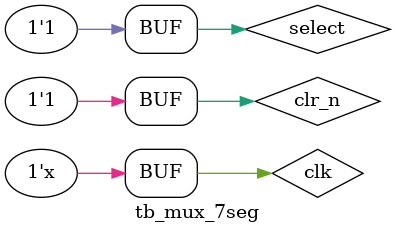
<source format=v>
`timescale 1ns/100ps

module tb_mux_7seg ;

reg clk, clr_n, select;
wire [6:0] seg_out;

MUX_7_Segment_LED_Decoder M1 (.clk(clk), .clr_n(clr_n), .select(select), .seg_out(seg_out));


initial
	clk = 1'b0;

always begin // 주기 10ns
	#5 clk = ~clk;
end


initial begin  // clr_n 을 13ns뒤에 1->0 으로 negaedge
	clr_n = 1'b0;
	#4 clr_n = 1'b1;
	#20 clr_n = 1'b0;
	#4 clr_n = 1'b1;

end

initial begin
	$monitor("Time=%0t clk=%b clr_n=%b select=%b", $time, clk, clr_n, select);
	select = 1'b0;
	#20 select = 1'b0;
	#20 select = 1'b1;
	#20 select = 1'b0;
	#40 select = 1'b1;
	#40 select = 1'b0;
	#20 select = 1'b1;
end

endmodule

</source>
